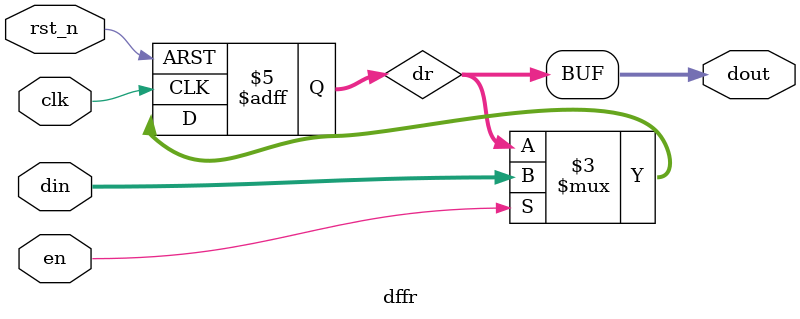
<source format=sv>
module dffr #(
    parameter int               DW = 32,
    parameter logic [DW-1:0] RESET = {DW{1'b0}}
) (
    input  logic          clk,
    input  logic          rst_n,
    input  logic          en,
    input  logic [DW-1:0] din,
    output logic [DW-1:0] dout
);

    logic [DW-1:0] dr;

    always_ff @(posedge clk or negedge rst_n) begin
        if (!rst_n)
            dr <= RESET;
        else if (en)
            dr <= din;
    end

    assign dout = dr;

endmodule

</source>
